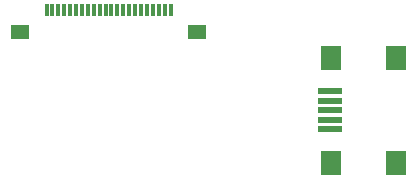
<source format=gtp>
G04 #@! TF.GenerationSoftware,KiCad,Pcbnew,5.1.10-88a1d61d58~88~ubuntu20.04.1*
G04 #@! TF.CreationDate,2021-06-30T14:36:37+02:00*
G04 #@! TF.ProjectId,hadron_board,68616472-6f6e-45f6-926f-6172642e6b69,rev?*
G04 #@! TF.SameCoordinates,Original*
G04 #@! TF.FileFunction,Paste,Top*
G04 #@! TF.FilePolarity,Positive*
%FSLAX46Y46*%
G04 Gerber Fmt 4.6, Leading zero omitted, Abs format (unit mm)*
G04 Created by KiCad (PCBNEW 5.1.10-88a1d61d58~88~ubuntu20.04.1) date 2021-06-30 14:36:37*
%MOMM*%
%LPD*%
G01*
G04 APERTURE LIST*
%ADD10R,1.700000X2.000000*%
%ADD11R,2.000000X0.500000*%
%ADD12R,0.300000X1.000000*%
%ADD13R,1.650000X1.300000*%
G04 APERTURE END LIST*
D10*
X139300000Y-84050000D03*
X133850000Y-84050000D03*
X139300000Y-92950000D03*
X133850000Y-92950000D03*
D11*
X133750000Y-86900000D03*
X133750000Y-87700000D03*
X133750000Y-88500000D03*
X133750000Y-89300000D03*
X133750000Y-90100000D03*
D12*
X109750000Y-80000000D03*
D13*
X107475000Y-81900000D03*
X122525000Y-81900000D03*
D12*
X110250000Y-80000000D03*
X110750000Y-80000000D03*
X111250000Y-80000000D03*
X111750000Y-80000000D03*
X112250000Y-80000000D03*
X112750000Y-80000000D03*
X113250000Y-80000000D03*
X113750000Y-80000000D03*
X114250000Y-80000000D03*
X114750000Y-80000000D03*
X115250000Y-80000000D03*
X115750000Y-80000000D03*
X116250000Y-80000000D03*
X116750000Y-80000000D03*
X117250000Y-80000000D03*
X117750000Y-80000000D03*
X118250000Y-80000000D03*
X118750000Y-80000000D03*
X119250000Y-80000000D03*
X119750000Y-80000000D03*
X120250000Y-80000000D03*
M02*

</source>
